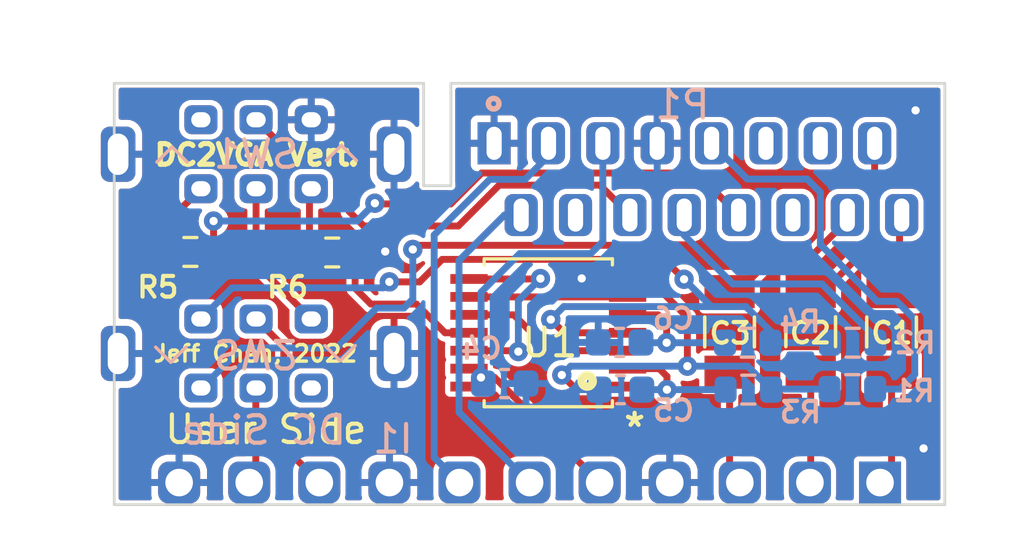
<source format=kicad_pcb>
(kicad_pcb (version 20211014) (generator pcbnew)
  (title_block (rev "1"))
  (layers (0 "F.Cu" signal "Front") (31 "B.Cu" signal "Back") (34 "B.Paste" user) (35 "F.Paste" user) (36 "B.SilkS" user "B.Silkscreen") (37 "F.SilkS" user "F.Silkscreen") (38 "B.Mask" user) (39 "F.Mask" user) (44 "Edge.Cuts" user))
  (net 0 "")
  (net 1 "Red")
  (net 2 "Green")
  (net 3 "Blue")
  (net 4 "+5V")
  (net 5 "GND")
  (net 6 "VGA_HSync")
  (net 7 "VGA_VSync")
  (net 8 "Audio_L")
  (net 9 "Audio_R")
  (net 11 "Mode_Select_1")
  (net 15 "HSync")
  (net 16 "VSync")
  (net 17 "SD_CSync")
  (net 18 "Combined_CSync")
  (net 19 "Selected_CSync")
  (net 22 "/HSync_Alt")
  (net 23 "/Red_Decoupled")
  (net 24 "/Green_Decoupled")
  (net 25 "/Blue_Decoupled")
  (net 26 "/OG_VSync")
  (net 27 "/OG_HSync")
  (net 28 "/OG_SD_CSync")
  (net 29 "/OG_Combined_Sync")
  (net 30 "/2nd_Stg_to_3rd_Stg")
  (net 31 "/1st_Stg_to_2nd_Stg_A")
  (net 32 "/1st_Stg_to_2nd_Stg_B")
  (net 33 "/VSync_Alt")
  (footprint "DC2VGA:Cap_SMD_1206" (layer "F.Cu") (at 149.22 104.93 -90)
    (fp_text reference "C2" (at 0.05 0.01 180) (layer "F.SilkS") (effects (font (size 0.75 0.75))))
    (fp_text value "220uF")
    (fp_line (start -0.54 -0.9) (end 0.54 -0.9) (layer "F.SilkS") (width 0.127))
    (fp_line (start -0.54 0.9) (end 0.54 0.9) (layer "F.SilkS") (width 0.127))
    (pad "1" smd rect (at -1.46 0 270) (size 1.2 1.82) (layers "F.Cu" "F.Paste" "F.Mask") (net 2 "Green"))
    (pad "2" smd rect (at 1.46 0 270) (size 1.2 1.82) (layers "F.Cu" "F.Paste" "F.Mask") (net 24 "/Green_Decoupled"))
  )
  (footprint "DC2VGA:R_0603_1608Metric" (layer "F.Cu") (at 126.74 102.04 180)
    (fp_text reference "R5" (at 1.18 -1.28) (layer "F.SilkS") (effects (font (size 0.75 0.75))))
    (fp_text value "75")
    (fp_line (start -0.237258 -0.5225) (end 0.237258 -0.5225) (layer "F.SilkS") (width 0.12))
    (fp_line (start -0.237258 0.5225) (end 0.237258 0.5225) (layer "F.SilkS") (width 0.12))
    (pad "1" smd roundrect (at -0.825 0 180) (size 0.8 0.95) (layers "F.Cu" "F.Paste" "F.Mask") (net 28 "/OG_SD_CSync"))
    (pad "2" smd roundrect (at 0.825 0 180) (size 0.8 0.95) (layers "F.Cu" "F.Paste" "F.Mask") (net 17 "SD_CSync"))
  )
  (footprint "DC2VGA:Cap_SMD_1206" (layer "F.Cu") (at 152.15 104.94 -90)
    (fp_text reference "C1" (at 0.04 -0.01 180) (layer "F.SilkS") (effects (font (size 0.75 0.75))))
    (fp_text value "220uF")
    (fp_line (start -0.54 0.9) (end 0.54 0.9) (layer "F.SilkS") (width 0.127))
    (fp_line (start -0.54 -0.9) (end 0.54 -0.9) (layer "F.SilkS") (width 0.127))
    (pad "1" smd rect (at -1.46 0 270) (size 1.2 1.82) (layers "F.Cu" "F.Paste" "F.Mask") (net 1 "Red"))
    (pad "2" smd rect (at 1.46 0 270) (size 1.2 1.82) (layers "F.Cu" "F.Paste" "F.Mask") (net 23 "/Red_Decoupled"))
  )
  (footprint "DC2VGA:R_0603_1608Metric" (layer "F.Cu") (at 131.88 102.06 180)
    (fp_text reference "R6" (at 1.62 -1.26) (layer "F.SilkS") (effects (font (size 0.75 0.75))))
    (fp_text value "1K")
    (fp_line (start -0.237258 0.5225) (end 0.237258 0.5225) (layer "F.SilkS") (width 0.12))
    (fp_line (start -0.237258 -0.5225) (end 0.237258 -0.5225) (layer "F.SilkS") (width 0.12))
    (pad "1" smd roundrect (at -0.825 0 180) (size 0.8 0.95) (layers "F.Cu" "F.Paste" "F.Mask") (net 29 "/OG_Combined_Sync"))
    (pad "2" smd roundrect (at 0.825 0 180) (size 0.8 0.95) (layers "F.Cu" "F.Paste" "F.Mask") (net 18 "Combined_CSync"))
  )
  (footprint "DC2VGA:MC74HC86" (layer "F.Cu") (at 139.71 104.97 180)
    (fp_text reference "U1" (at -0.05 -0.36) (layer "F.SilkS"))
    (fp_text value "MC74HC86ADTR2GOSCT")
    (fp_text user "*" (at -3.12775 -3.4478 180) (layer "F.SilkS"))
    (fp_text user "*" (at -3.12775 -3.4478 180) (layer "F.SilkS"))
    (fp_line (start -2.3241 2.6797) (end 2.3241 2.6797) (layer "F.SilkS") (width 0.12))
    (fp_line (start 2.3241 -2.6797) (end -2.3241 -2.6797) (layer "F.SilkS") (width 0.12))
    (fp_line (start 2.3241 -2.460139) (end 2.3241 -2.6797) (layer "F.SilkS") (width 0.12))
    (fp_line (start -2.3241 -2.6797) (end -2.3241 -2.460141) (layer "F.SilkS") (width 0.12))
    (fp_line (start -2.3241 2.460139) (end -2.3241 2.6797) (layer "F.SilkS") (width 0.12))
    (fp_line (start 2.3241 2.6797) (end 2.3241 2.460141) (layer "F.SilkS") (width 0.12))
    (fp_circle (center -1.41 -1.75) (end -1.36 -1.73) (layer "F.SilkS") (width 0.3) (fill none))
    (pad "1" smd rect (at -2.873748 -1.950001 180) (size 1.353299 0.3548) (layers "F.Cu" "F.Paste" "F.Mask") (net 15 "HSync"))
    (pad "2" smd rect (at -2.873748 -1.3 180) (size 1.353299 0.3548) (layers "F.Cu" "F.Paste" "F.Mask") (net 22 "/HSync_Alt"))
    (pad "3" smd rect (at -2.873748 -0.649999 180) (size 1.353299 0.3548) (layers "F.Cu" "F.Paste" "F.Mask") (net 31 "/1st_Stg_to_2nd_Stg_A"))
    (pad "4" smd rect (at -2.873748 0 180) (size 1.353299 0.3548) (layers "F.Cu" "F.Paste" "F.Mask") (net 16 "VSync"))
    (pad "5" smd rect (at -2.873748 0.649999 180) (size 1.353299 0.3548) (layers "F.Cu" "F.Paste" "F.Mask") (net 33 "/VSync_Alt"))
    (pad "6" smd rect (at -2.873748 1.3 180) (size 1.353299 0.3548) (layers "F.Cu" "F.Paste" "F.Mask") (net 32 "/1st_Stg_to_2nd_Stg_B"))
    (pad "7" smd rect (at -2.873748 1.949999 180) (size 1.353299 0.3548) (layers "F.Cu" "F.Paste" "F.Mask") (net 5 "GND"))
    (pad "8" smd rect (at 2.873748 1.950001 180) (size 1.353299 0.3548) (layers "F.Cu" "F.Paste" "F.Mask") (net 30 "/2nd_Stg_to_3rd_Stg"))
    (pad "9" smd rect (at 2.873748 1.3 180) (size 1.353299 0.3548) (layers "F.Cu" "F.Paste" "F.Mask") (net 32 "/1st_Stg_to_2nd_Stg_B"))
    (pad "10" smd rect (at 2.873748 0.650001 180) (size 1.353299 0.3548) (layers "F.Cu" "F.Paste" "F.Mask") (net 31 "/1st_Stg_to_2nd_Stg_A"))
    (pad "11" smd rect (at 2.873748 0 180) (size 1.353299 0.3548) (layers "F.Cu" "F.Paste" "F.Mask") (net 29 "/OG_Combined_Sync"))
    (pad "12" smd rect (at 2.873748 -0.649999 180) (size 1.353299 0.3548) (layers "F.Cu" "F.Paste" "F.Mask") (net 30 "/2nd_Stg_to_3rd_Stg"))
    (pad "13" smd rect (at 2.873748 -1.3 180) (size 1.353299 0.3548) (layers "F.Cu" "F.Paste" "F.Mask") (net 4 "+5V"))
    (pad "14" smd rect (at 2.873748 -1.949999 180) (size 1.353299 0.3548) (layers "F.Cu" "F.Paste" "F.Mask") (net 4 "+5V"))
  )
  (footprint "DC2VGA:Cap_SMD_1206" (layer "F.Cu") (at 146.28 104.94 -90)
    (fp_text reference "C3" (at 0.05 -0.02 180) (layer "F.SilkS") (effects (font (size 0.75 0.75))))
    (fp_text value "220uF")
    (fp_line (start -0.54 -0.9) (end 0.54 -0.9) (layer "F.SilkS") (width 0.127))
    (fp_line (start -0.54 0.9) (end 0.54 0.9) (layer "F.SilkS") (width 0.127))
    (pad "1" smd rect (at -1.46 0 270) (size 1.2 1.82) (layers "F.Cu" "F.Paste" "F.Mask") (net 3 "Blue"))
    (pad "2" smd rect (at 1.46 0 270) (size 1.2 1.82) (layers "F.Cu" "F.Paste" "F.Mask") (net 25 "/Blue_Decoupled"))
  )
  (footprint "DC2VGA:R_0603_1608Metric" (layer "B.Cu") (at 150.73 107.01 180)
    (fp_text reference "R1" (at -2.24 -0.07) (layer "B.SilkS") (effects (font (size 0.75 0.75)) (justify mirror)))
    (fp_text value "150")
    (fp_line (start -0.237258 0.5225) (end 0.237258 0.5225) (layer "B.SilkS") (width 0.12))
    (fp_line (start -0.237258 -0.5225) (end 0.237258 -0.5225) (layer "B.SilkS") (width 0.12))
    (pad "1" smd roundrect (at -0.825 0 180) (size 0.8 0.95) (layers "B.Cu" "B.Paste" "B.Mask") (net 27 "/OG_HSync"))
    (pad "2" smd roundrect (at 0.825 0 180) (size 0.8 0.95) (layers "B.Cu" "B.Paste" "B.Mask") (net 15 "HSync"))
  )
  (footprint "DC2VGA:R_0603_1608Metric" (layer "B.Cu") (at 146.96 107.03)
    (fp_text reference "R3" (at 1.89 0.82) (layer "B.SilkS") (effects (font (size 0.75 0.75)) (justify mirror)))
    (fp_text value "10K")
    (fp_line (start -0.237258 0.5225) (end 0.237258 0.5225) (layer "B.SilkS") (width 0.12))
    (fp_line (start -0.237258 -0.5225) (end 0.237258 -0.5225) (layer "B.SilkS") (width 0.12))
    (pad "1" smd roundrect (at -0.825 0) (size 0.8 0.95) (layers "B.Cu" "B.Paste" "B.Mask") (net 22 "/HSync_Alt"))
    (pad "2" smd roundrect (at 0.825 0) (size 0.8 0.95) (layers "B.Cu" "B.Paste" "B.Mask") (net 15 "HSync"))
  )
  (footprint "DC2VGA:EG2208_DPDT_Switch" (layer "B.Cu") (at 129.12 105.72)
    (fp_text reference "SW2" (at 0 0 180 unlocked) (layer "B.SilkS") (effects (justify mirror)))
    (fp_text value "EG2208")
    (fp_line (start 3.045 0.265) (end 3.595 -0.285) (layer "B.SilkS") (width 0.12))
    (fp_line (start 2.495 -0.285) (end 3.045 0.265) (layer "B.SilkS") (width 0.12))
    (fp_line (start -3.09 0.32) (end -2.54 -0.23) (layer "B.SilkS") (width 0.12))
    (fp_line (start -3.64 -0.23) (end -3.09 0.32) (layer "B.SilkS") (width 0.12))
    (pad "1" thru_hole roundrect (at 2 -1.25 180) (size 1.2 1.05) (drill oval 0.7 0.55) (layers *.Cu *.Mask) (net 19 "Selected_CSync"))
    (pad "2" thru_hole roundrect (at 0 -1.25 180) (size 1.2 1.05) (drill oval 0.7 0.55) (layers *.Cu *.Mask) (net 6 "VGA_HSync"))
    (pad "3" thru_hole roundrect (at -2 -1.25 180) (size 1.2 1.05) (drill oval 0.7 0.55) (layers *.Cu *.Mask) (net 15 "HSync"))
    (pad "4" thru_hole roundrect (at 2 1.25 180) (size 1.2 1.05) (drill oval 0.7 0.55) (layers *.Cu *.Mask))
    (pad "5" thru_hole roundrect (at 0 1.25 180) (size 1.2 1.05) (drill oval 0.7 0.55) (layers *.Cu *.Mask) (net 7 "VGA_VSync"))
    (pad "6" thru_hole roundrect (at -2 1.25 180) (size 1.2 1.05) (drill oval 0.7 0.55) (layers *.Cu *.Mask) (net 16 "VSync"))
    (pad "7" thru_hole roundrect (at 5 0) (size 1.25 2) (drill oval 0.75 1.5) (layers *.Cu *.Mask) (net 5 "GND"))
    (pad "8" thru_hole roundrect (at -5 0) (size 1.25 2) (drill oval 0.75 1.5) (layers *.Cu *.Mask) (net 5 "GND"))
  )
  (footprint "DC2VGA:C_0603_1608Metric" (layer "B.Cu") (at 138.13 106.81)
    (fp_text reference "C4" (at -0.85 -1.27) (layer "B.SilkS") (effects (font (size 0.75 0.75)) (justify mirror)))
    (fp_text value "0.1uF")
    (fp_line (start -0.14058 -0.51) (end 0.14058 -0.51) (layer "B.SilkS") (width 0.12))
    (fp_line (start -0.14058 0.51) (end 0.14058 0.51) (layer "B.SilkS") (width 0.12))
    (pad "1" smd roundrect (at -0.775 0) (size 0.9 0.95) (layers "B.Cu" "B.Paste" "B.Mask") (net 4 "+5V"))
    (pad "2" smd roundrect (at 0.775 0) (size 0.9 0.95) (layers "B.Cu" "B.Paste" "B.Mask") (net 5 "GND"))
  )
  (footprint "DC2VGA:DC_Interconnect_Vertical" (layer "B.Cu") (at 140.121634 104.338008 180)
    (fp_text reference "I1" (at 6.041634 -4.481992 unlocked) (layer "B.SilkS") (effects (justify mirror)))
    (fp_text value "DC2VGA_Interconnect")
    (pad "1" thru_hole rect locked (at -11.61 -6.06 180) (size 1.524 1.524) (drill 1) (layers *.Cu *.Mask) (net 23 "/Red_Decoupled"))
    (pad "2" thru_hole roundrect locked (at -9.07 -6.06 180) (size 1.524 1.524) (drill 1) (layers *.Cu *.Mask) (net 24 "/Green_Decoupled"))
    (pad "3" thru_hole roundrect locked (at -6.53 -6.06 180) (size 1.524 1.524) (drill 1) (layers *.Cu *.Mask) (net 25 "/Blue_Decoupled"))
    (pad "4" thru_hole roundrect locked (at 8.71 -6.06 180) (size 1.524 1.524) (drill 1) (layers *.Cu *.Mask) (net 6 "VGA_HSync"))
    (pad "5" thru_hole roundrect locked (at 11.25 -6.06 180) (size 1.524 1.524) (drill 1) (layers *.Cu *.Mask) (net 7 "VGA_VSync"))
    (pad "6" thru_hole roundrect locked (at 1.09 -6.06 180) (size 1.524 1.524) (drill 1) (layers *.Cu *.Mask) (net 9 "Audio_R"))
    (pad "7" thru_hole roundrect locked (at 3.63 -6.06 180) (size 1.524 1.524) (drill 1) (layers *.Cu *.Mask) (net 8 "Audio_L"))
    (pad "8" thru_hole roundrect locked (at 13.79 -6.06 180) (size 1.524 1.524) (drill 1) (layers *.Cu *.Mask) (net 5 "GND"))
    (pad "8" thru_hole roundrect locked (at -3.99 -6.06 180) (size 1.524 1.524) (drill 1) (layers *.Cu *.Mask) (net 5 "GND"))
    (pad "8" thru_hole roundrect locked (at 6.17 -6.06 180) (size 1.524 1.524) (drill 1) (layers *.Cu *.Mask) (net 5 "GND"))
    (pad "9" thru_hole roundrect locked (at -1.45 -6.06 180) (size 1.524 1.524) (drill 1) (layers *.Cu *.Mask) (net 4 "+5V"))
  )
  (footprint "DC2VGA:C_0603_1608Metric" (layer "B.Cu") (at 142.295 105.32 180)
    (fp_text reference "C6" (at -1.945 0.86) (layer "B.SilkS") (effects (font (size 0.75 0.75)) (justify mirror)))
    (fp_text value "1uF")
    (fp_line (start -0.14058 0.51) (end 0.14058 0.51) (layer "B.SilkS") (width 0.12))
    (fp_line (start -0.14058 -0.51) (end 0.14058 -0.51) (layer "B.SilkS") (width 0.12))
    (pad "1" smd roundrect (at -0.775 0 180) (size 0.9 0.95) (layers "B.Cu" "B.Paste" "B.Mask") (net 33 "/VSync_Alt"))
    (pad "2" smd roundrect (at 0.775 0 180) (size 0.9 0.95) (layers "B.Cu" "B.Paste" "B.Mask") (net 5 "GND"))
  )
  (footprint "DC2VGA:C_0603_1608Metric" (layer "B.Cu") (at 142.325 107.03 180)
    (fp_text reference "C5" (at -1.925 -0.76) (layer "B.SilkS") (effects (font (size 0.75 0.75)) (justify mirror)))
    (fp_text value "1uF")
    (fp_line (start -0.14058 -0.51) (end 0.14058 -0.51) (layer "B.SilkS") (width 0.12))
    (fp_line (start -0.14058 0.51) (end 0.14058 0.51) (layer "B.SilkS") (width 0.12))
    (pad "1" smd roundrect (at -0.775 0 180) (size 0.9 0.95) (layers "B.Cu" "B.Paste" "B.Mask") (net 22 "/HSync_Alt"))
    (pad "2" smd roundrect (at 0.775 0 180) (size 0.9 0.95) (layers "B.Cu" "B.Paste" "B.Mask") (net 5 "GND"))
  )
  (footprint "DC2VGA:EG2208_DPDT_Switch" (layer "B.Cu") (at 129.12 98.5 180)
    (fp_text reference "SW1" (at 0 0 unlocked) (layer "B.SilkS") (effects (justify mirror)))
    (fp_text value "EG2208")
    (fp_line (start 3.045 0.265) (end 3.595 -0.285) (layer "B.SilkS") (width 0.12))
    (fp_line (start -3.64 -0.23) (end -3.09 0.32) (layer "B.SilkS") (width 0.12))
    (fp_line (start 2.495 -0.285) (end 3.045 0.265) (layer "B.SilkS") (width 0.12))
    (fp_line (start -3.09 0.32) (end -2.54 -0.23) (layer "B.SilkS") (width 0.12))
    (pad "1" thru_hole roundrect (at 2 -1.25) (size 1.2 1.05) (drill oval 0.7 0.55) (layers *.Cu *.Mask) (net 17 "SD_CSync"))
    (pad "2" thru_hole roundrect (at 0 -1.25) (size 1.2 1.05) (drill oval 0.7 0.55) (layers *.Cu *.Mask) (net 19 "Selected_CSync"))
    (pad "3" thru_hole roundrect (at -2 -1.25) (size 1.2 1.05) (drill oval 0.7 0.55) (layers *.Cu *.Mask) (net 18 "Combined_CSync"))
    (pad "4" thru_hole roundrect (at 2 1.25) (size 1.2 1.05) (drill oval 0.7 0.55) (layers *.Cu *.Mask))
    (pad "5" thru_hole roundrect (at 0 1.25) (size 1.2 1.05) (drill oval 0.7 0.55) (layers *.Cu *.Mask) (net 11 "Mode_Select_1"))
    (pad "6" thru_hole roundrect (at -2 1.25) (size 1.2 1.05) (drill oval 0.7 0.55) (layers *.Cu *.Mask) (net 5 "GND"))
    (pad "7" thru_hole roundrect (at 5 0 180) (size 1.25 2) (drill oval 0.75 1.5) (layers *.Cu *.Mask) (net 5 "GND"))
    (pad "8" thru_hole roundrect (at -5 0 180) (size 1.25 2) (drill oval 0.75 1.5) (layers *.Cu *.Mask) (net 5 "GND"))
  )
  (footprint "DC2VGA:DC_Plug" (layer "B.Cu") (at 145.109159 99.438147 180)
    (fp_text reference "P1" (at 0.539159 2.728147 unlocked) (layer "B.SilkS") (effects (justify mirror)))
    (fp_text value "DC_Plug")
    (fp_circle (center 7.38 2.77) (end 7.472195 2.77) (layer "B.SilkS") (width 0.2) (fill none))
    (pad "1" thru_hole rect locked (at 7.362475 1.335139 180) (size 1.2 1.524) (drill oval 0.55 1.2) (layers *.Cu *.Mask) (net 5 "GND"))
    (pad "2" thru_hole roundrect locked (at 6.382475 -1.264861 180) (size 1.2 1.524) (drill oval 0.55 1.2) (layers *.Cu *.Mask) (net 9 "Audio_R"))
    (pad "3" thru_hole roundrect locked (at 5.392475 1.335139 180) (size 1.2 1.524) (drill oval 0.55 1.2) (layers *.Cu *.Mask) (net 8 "Audio_L"))
    (pad "4" thru_hole roundrect locked (at 4.412475 -1.264861 180) (size 1.2 1.524) (drill oval 0.55 1.2) (layers *.Cu *.Mask))
    (pad "5" thru_hole roundrect locked (at 3.422475 1.335139 180) (size 1.2 1.524) (drill oval 0.55 1.2) (layers *.Cu *.Mask) (net 4 "+5V"))
    (pad "6" thru_hole roundrect locked (at 2.442475 -1.264861 180) (size 1.2 1.524) (drill oval 0.55 1.2) (layers *.Cu *.Mask) (net 11 "Mode_Select_1"))
    (pad "7" thru_hole roundrect locked (at 1.452475 1.335139 180) (size 1.2 1.524) (drill oval 0.55 1.2) (layers *.Cu *.Mask) (net 5 "GND"))
    (pad "8" thru_hole roundrect locked (at 0.472475 -1.264861 180) (size 1.2 1.524) (drill oval 0.55 1.2) (layers *.Cu *.Mask) (net 26 "/OG_VSync"))
    (pad "9" thru_hole roundrect locked (at -0.517525 1.335139 180) (size 1.2 1.524) (drill oval 0.55 1.2) (layers *.Cu *.Mask) (net 27 "/OG_HSync"))
    (pad "10" thru_hole roundrect locked (at -1.497525 -1.264861 180) (size 1.2 1.524) (drill oval 0.55 1.2) (layers *.Cu *.Mask) (net 28 "/OG_SD_CSync"))
    (pad "11" thru_hole roundrect locked (at -2.487525 1.335139 180) (size 1.2 1.524) (drill oval 0.55 1.2) (layers *.Cu *.Mask))
    (pad "12" thru_hole roundrect locked (at -3.467525 -1.264861 180) (size 1.2 1.524) (drill oval 0.55 1.2) (layers *.Cu *.Mask))
    (pad "13" thru_hole roundrect locked (at -4.457525 1.335139 180) (size 1.2 1.524) (drill oval 0.55 1.2) (layers *.Cu *.Mask))
    (pad "14" thru_hole roundrect locked (at -5.437525 -1.264861 180) (size 1.2 1.524) (drill oval 0.55 1.2) (layers *.Cu *.Mask) (net 3 "Blue"))
    (pad "15" thru_hole roundrect locked (at -6.427525 1.335139 180) (size 1.2 1.524) (drill oval 0.55 1.2) (layers *.Cu *.Mask) (net 2 "Green"))
    (pad "16" thru_hole roundrect locked (at -7.407525 -1.264861 180) (size 1.2 1.524) (drill oval 0.55 1.2) (layers *.Cu *.Mask) (net 1 "Red"))
  )
  (footprint "DC2VGA:R_0603_1608Metric" (layer "B.Cu") (at 150.74 105.33 180)
    (fp_text reference "R2" (at -2.26 -0.01) (layer "B.SilkS") (effects (font (size 0.75 0.75)) (justify mirror)))
    (fp_text value "150")
    (fp_line (start -0.237258 0.5225) (end 0.237258 0.5225) (layer "B.SilkS") (width 0.12))
    (fp_line (start -0.237258 -0.5225) (end 0.237258 -0.5225) (layer "B.SilkS") (width 0.12))
    (pad "1" smd roundrect (at -0.825 0 180) (size 0.8 0.95) (layers "B.Cu" "B.Paste" "B.Mask") (net 26 "/OG_VSync"))
    (pad "2" smd roundrect (at 0.825 0 180) (size 0.8 0.95) (layers "B.Cu" "B.Paste" "B.Mask") (net 16 "VSync"))
  )
  (footprint "DC2VGA:R_0603_1608Metric" (layer "B.Cu") (at 146.94 105.33 180)
    (fp_text reference "R4" (at -1.89 0.76) (layer "B.SilkS") (effects (font (size 0.75 0.75)) (justify mirror)))
    (fp_text value "10K")
    (fp_line (start -0.237258 0.5225) (end 0.237258 0.5225) (layer "B.SilkS") (width 0.12))
    (fp_line (start -0.237258 -0.5225) (end 0.237258 -0.5225) (layer "B.SilkS") (width 0.12))
    (pad "1" smd roundrect (at -0.825 0 180) (size 0.8 0.95) (layers "B.Cu" "B.Paste" "B.Mask") (net 16 "VSync"))
    (pad "2" smd roundrect (at 0.825 0 180) (size 0.8 0.95) (layers "B.Cu" "B.Paste" "B.Mask") (net 33 "/VSync_Alt"))
  )
  (gr_line (start 136.18 99.64) (end 136.18 95.93) (layer "Edge.Cuts") (width 0.1))
  (gr_line (start 123.98 111.2) (end 123.98 95.93) (layer "Edge.Cuts") (width 0.1))
  (gr_line (start 123.98 95.93) (end 135.19 95.93) (layer "Edge.Cuts") (width 0.1))
  (gr_line (start 135.19 99.64) (end 136.18 99.64) (layer "Edge.Cuts") (width 0.1))
  (gr_line (start 154.08 95.93) (end 154.08 111.2) (layer "Edge.Cuts") (width 0.1))
  (gr_line (start 135.19 95.93) (end 135.19 99.64) (layer "Edge.Cuts") (width 0.1))
  (gr_line (start 136.18 95.93) (end 154.08 95.93) (layer "Edge.Cuts") (width 0.1))
  (gr_line (start 154.08 111.2) (end 123.98 111.2) (layer "Edge.Cuts") (width 0.1))
  (gr_text "DC Side" (at 129.4 108.5) (layer "B.SilkS") (effects (font (size 1 1)) (justify mirror)))
  (gr_text "Jeff Chen, 2022" (at 129.1 105.725) (layer "F.SilkS") (effects (font (size 0.6 0.6) (thickness 0.125))))
  (gr_text "DC2VGA Vert." (at 129.15 98.525) (layer "F.SilkS") (effects (font (size 0.75 0.75) (thickness 0.1875))))
  (gr_text "User Side" (at 129.475 108.475) (layer "F.SilkS") (effects (font (size 1 1))))
  (segment (start 152.516684 100.703008) (end 152.44 100.779692) (width 0.25) (layer "F.Cu") (net 1))
  (segment (start 152.44 103.19) (end 152.15 103.48) (width 0.25) (layer "F.Cu") (net 1))
  (segment (start 152.44 100.779692) (end 152.44 103.19) (width 0.25) (layer "F.Cu") (net 1))
  (segment (start 151.536684 101.623316) (end 149.71 103.45) (width 0.25) (layer "F.Cu") (net 2))
  (segment (start 149.71 103.45) (end 149.22 103.45) (width 0.25) (layer "F.Cu") (net 2))
  (segment (start 151.536684 98.103008) (end 151.536684 101.623316) (width 0.25) (layer "F.Cu") (net 2))
  (segment (start 149.28 102.16) (end 147.9 102.16) (width 0.25) (layer "F.Cu") (net 3))
  (segment (start 150.546684 100.703008) (end 150.546684 100.893316) (width 0.25) (layer "F.Cu") (net 3))
  (segment (start 146.58 103.48) (end 146.28 103.48) (width 0.25) (layer "F.Cu") (net 3))
  (segment (start 150.546684 100.893316) (end 149.28 102.16) (width 0.25) (layer "F.Cu") (net 3))
  (segment (start 147.9 102.16) (end 146.58 103.48) (width 0.25) (layer "F.Cu") (net 3))
  (segment (start 137.27 106.59) (end 137.765 106.59) (width 0.25) (layer "F.Cu") (net 4))
  (segment (start 137.765 106.59) (end 141.57 110.395) (width 0.25) (layer "F.Cu") (net 4))
  (segment (start 141.57 110.395) (end 141.57 110.4) (width 0.25) (layer "F.Cu") (net 4))
  (via (at 137.27 106.59) (size 0.7) (drill 0.3) (layers "F.Cu" "B.Cu") (net 4))
  (segment (start 137.275 106.585) (end 137.27 106.59) (width 0.25) (layer "B.Cu") (net 4))
  (segment (start 141.25 102.1) (end 138.675 102.1) (width 0.25) (layer "B.Cu") (net 4))
  (segment (start 137.275 103.5) (end 137.275 106.585) (width 0.25) (layer "B.Cu") (net 4))
  (segment (start 138.675 102.1) (end 137.275 103.5) (width 0.25) (layer "B.Cu") (net 4))
  (segment (start 141.686684 98.103008) (end 141.686684 101.663316) (width 0.25) (layer "B.Cu") (net 4))
  (segment (start 141.686684 101.663316) (end 141.25 102.1) (width 0.25) (layer "B.Cu") (net 4))
  (via (at 153.31 109.16) (size 0.7) (drill 0.3) (layers "F.Cu" "B.Cu") (net 5))
  (via (at 133.8 102.025) (size 0.7) (drill 0.3) (layers "F.Cu" "B.Cu") (net 5))
  (via (at 153.02 96.91) (size 0.7) (drill 0.3) (layers "F.Cu" "B.Cu") (net 5))
  (via (at 140.92 103) (size 0.7) (drill 0.3) (layers "F.Cu" "B.Cu") (net 5))
  (segment (start 129.12 104.47) (end 130.125 105.475) (width 0.25) (layer "F.Cu") (net 6))
  (segment (start 130.125 105.475) (end 130.125 109.1) (width 0.25) (layer "F.Cu") (net 6))
  (segment (start 130.125 109.1) (end 131.425 110.4) (width 0.25) (layer "F.Cu") (net 6))
  (segment (start 129.11 106.97) (end 129.11 110.135) (width 0.25) (layer "F.Cu") (net 7))
  (segment (start 129.11 110.135) (end 128.87 110.375) (width 0.25) (layer "F.Cu") (net 7))
  (segment (start 139.716684 98.563316) (end 138.87 99.41) (width 0.25) (layer "B.Cu") (net 8))
  (segment (start 137.59 99.41) (end 135.575 101.425) (width 0.25) (layer "B.Cu") (net 8))
  (segment (start 139.716684 98.103008) (end 139.716684 98.563316) (width 0.25) (layer "B.Cu") (net 8))
  (segment (start 138.87 99.41) (end 137.59 99.41) (width 0.25) (layer "B.Cu") (net 8))
  (segment (start 135.575 109.485) (end 136.49 110.4) (width 0.25) (layer "B.Cu") (net 8))
  (segment (start 135.575 101.425) (end 135.575 109.485) (width 0.25) (layer "B.Cu") (net 8))
  (segment (start 136.475 107.85) (end 139.025 110.4) (width 0.25) (layer "B.Cu") (net 9))
  (segment (start 136.475 102.35) (end 136.475 107.85) (width 0.25) (layer "B.Cu") (net 9))
  (segment (start 138.121992 100.703008) (end 136.475 102.35) (width 0.25) (layer "B.Cu") (net 9))
  (segment (start 139.025 110.4) (end 139.04 110.385) (width 0.25) (layer "B.Cu") (net 9))
  (segment (start 138.726684 100.703008) (end 138.121992 100.703008) (width 0.25) (layer "B.Cu") (net 9))
  (segment (start 133.02 101.1) (end 132.5 100.58) (width 0.25) (layer "F.Cu") (net 11))
  (segment (start 131.95 98.45) (end 130.32 98.45) (width 0.25) (layer "F.Cu") (net 11))
  (segment (start 141.583676 99.62) (end 137.93 99.62) (width 0.25) (layer "F.Cu") (net 11))
  (segment (start 132.5 99) (end 131.95 98.45) (width 0.25) (layer "F.Cu") (net 11))
  (segment (start 132.5 100.58) (end 132.5 99) (width 0.25) (layer "F.Cu") (net 11))
  (segment (start 130.32 98.45) (end 129.12 97.25) (width 0.25) (layer "F.Cu") (net 11))
  (segment (start 137.93 99.62) (end 136.45 101.1) (width 0.25) (layer "F.Cu") (net 11))
  (segment (start 142.666684 100.703008) (end 141.583676 99.62) (width 0.25) (layer "F.Cu") (net 11))
  (segment (start 136.45 101.1) (end 133.02 101.1) (width 0.25) (layer "F.Cu") (net 11))
  (segment (start 143.84 103.5) (end 144.75 104.41) (width 0.25) (layer "F.Cu") (net 15))
  (segment (start 140.2 106.5) (end 140.62 106.92) (width 0.25) (layer "F.Cu") (net 15))
  (segment (start 144.75 104.41) (end 144.75 106.18) (width 0.25) (layer "F.Cu") (net 15))
  (segment (start 143.288438 102.31) (end 143.84 102.861562) (width 0.25) (layer "F.Cu") (net 15))
  (segment (start 133.95 103.125) (end 135.05 103.125) (width 0.25) (layer "F.Cu") (net 15))
  (segment (start 143.84 102.861562) (end 143.84 103.5) (width 0.25) (layer "F.Cu") (net 15))
  (segment (start 140.62 106.92) (end 142.58 106.92) (width 0.25) (layer "F.Cu") (net 15))
  (segment (start 135.05 103.125) (end 135.865 102.31) (width 0.25) (layer "F.Cu") (net 15))
  (segment (start 135.865 102.31) (end 143.288438 102.31) (width 0.25) (layer "F.Cu") (net 15))
  (via (at 140.2 106.5) (size 0.7) (drill 0.3) (layers "F.Cu" "B.Cu") (net 15))
  (via (at 144.75 106.18) (size 0.7) (drill 0.3) (layers "F.Cu" "B.Cu") (net 15))
  (via (at 133.95 103.125) (size 0.7) (drill 0.3) (layers "F.Cu" "B.Cu") (net 15))
  (segment (start 147.785 107.03) (end 146.935 106.18) (width 0.25) (layer "B.Cu") (net 15))
  (segment (start 149.905 107.01) (end 147.81 107.01) (width 0.25) (layer "B.Cu") (net 15))
  (segment (start 146.935 106.18) (end 144.75 106.18) (width 0.25) (layer "B.Cu") (net 15))
  (segment (start 140.2 106.5) (end 140.52 106.18) (width 0.25) (layer "B.Cu") (net 15))
  (segment (start 133.735 103.34) (end 128.25 103.34) (width 0.25) (layer "B.Cu") (net 15))
  (segment (start 133.95 103.125) (end 133.735 103.34) (width 0.25) (layer "B.Cu") (net 15))
  (segment (start 140.52 106.18) (end 144.75 106.18) (width 0.25) (layer "B.Cu") (net 15))
  (segment (start 128.25 103.34) (end 127.12 104.47) (width 0.25) (layer "B.Cu") (net 15))
  (segment (start 134.8 101.95) (end 134.95 101.8) (width 0.25) (layer "F.Cu") (net 16))
  (segment (start 134.95 101.8) (end 143.4 101.8) (width 0.25) (layer "F.Cu") (net 16))
  (segment (start 139.8 104.49) (end 140.28 104.97) (width 0.25) (layer "F.Cu") (net 16))
  (segment (start 140.28 104.97) (end 142.59 104.97) (width 0.25) (layer "F.Cu") (net 16))
  (segment (start 143.4 101.8) (end 144.63 103.03) (width 0.25) (layer "F.Cu") (net 16))
  (via (at 144.63 103.03) (size 0.7) (drill 0.3) (layers "F.Cu" "B.Cu") (net 16))
  (via (at 139.8 104.49) (size 0.7) (drill 0.3) (layers "F.Cu" "B.Cu") (net 16))
  (via (at 134.8 101.95) (size 0.7) (drill 0.3) (layers "F.Cu" "B.Cu") (net 16))
  (segment (start 146.455 104.02) (end 145.62 104.02) (width 0.25) (layer "B.Cu") (net 16))
  (segment (start 147.765 104.915) (end 146.87 104.02) (width 0.25) (layer "B.Cu") (net 16))
  (segment (start 146.87 104.02) (end 146.455 104.02) (width 0.25) (layer "B.Cu") (net 16))
  (segment (start 139.8 104.49) (end 140.27 104.02) (width 0.25) (layer "B.Cu") (net 16))
  (segment (start 134.8 103.75) (end 134.475 104.075) (width 0.25) (layer "B.Cu") (net 16))
  (segment (start 145.62 104.02) (end 144.63 103.03) (width 0.25) (layer "B.Cu") (net 16))
  (segment (start 128.6 105.52) (end 127.12 107) (width 0.25) (layer "B.Cu") (net 16))
  (segment (start 147.765 105.33) (end 147.765 104.915) (width 0.25) (layer "B.Cu") (net 16))
  (segment (start 134.8 101.95) (end 134.8 103.75) (width 0.25) (layer "B.Cu") (net 16))
  (segment (start 133.485 104.075) (end 132.04 105.52) (width 0.25) (layer "B.Cu") (net 16))
  (segment (start 132.04 105.52) (end 128.6 105.52) (width 0.25) (layer "B.Cu") (net 16))
  (segment (start 140.27 104.02) (end 146.455 104.02) (width 0.25) (layer "B.Cu") (net 16))
  (segment (start 149.915 105.33) (end 147.78 105.33) (width 0.25) (layer "B.Cu") (net 16))
  (segment (start 134.475 104.075) (end 133.485 104.075) (width 0.25) (layer "B.Cu") (net 16))
  (segment (start 127.12 99.75) (end 125.92 100.95) (width 0.25) (layer "F.Cu") (net 17))
  (segment (start 125.92 100.95) (end 125.92 102.04) (width 0.25) (layer "F.Cu") (net 17))
  (segment (start 131.055 99.785) (end 131.11 99.73) (width 0.25) (layer "F.Cu") (net 18))
  (segment (start 131.055 102.06) (end 131.055 99.785) (width 0.25) (layer "F.Cu") (net 18))
  (segment (start 129.12 99.75) (end 129.12 102.47) (width 0.25) (layer "F.Cu") (net 19))
  (segment (start 129.12 102.47) (end 131.12 104.47) (width 0.25) (layer "F.Cu") (net 19))
  (segment (start 143.73 106.27) (end 144.01 106.55) (width 0.25) (layer "F.Cu") (net 22))
  (segment (start 142.583748 106.27) (end 143.73 106.27) (width 0.25) (layer "F.Cu") (net 22))
  (segment (start 144.01 106.55) (end 144.01 107.03) (width 0.25) (layer "F.Cu") (net 22))
  (via (at 144.01 107.03) (size 0.7) (drill 0.3) (layers "F.Cu" "B.Cu") (net 22))
  (segment (start 144.01 107.03) (end 143.11 107.03) (width 0.25) (layer "B.Cu") (net 22))
  (segment (start 146.135 107.03) (end 144.01 107.03) (width 0.25) (layer "B.Cu") (net 22))
  (segment (start 152.15 106.4) (end 152.15 109.99) (width 0.25) (layer "F.Cu") (net 23))
  (segment (start 152.15 109.99) (end 151.74 110.4) (width 0.25) (layer "F.Cu") (net 23))
  (segment (start 149.22 110.355) (end 149.2 110.375) (width 0.25) (layer "F.Cu") (net 24))
  (segment (start 149.22 106.39) (end 149.22 110.355) (width 0.25) (layer "F.Cu") (net 24))
  (segment (start 146.28 106.4) (end 146.28 109.98) (width 0.25) (layer "F.Cu") (net 25))
  (segment (start 146.28 109.98) (end 146.675 110.375) (width 0.25) (layer "F.Cu") (net 25))
  (segment (start 144.636684 101.436684) (end 146.4 103.2) (width 0.25) (layer "B.Cu") (net 26))
  (segment (start 149.625 103.2) (end 151.56 105.135) (width 0.25) (layer "B.Cu") (net 26))
  (segment (start 151.56 105.135) (end 151.56 105.33) (width 0.25) (layer "B.Cu") (net 26))
  (segment (start 146.4 103.2) (end 149.625 103.2) (width 0.25) (layer "B.Cu") (net 26))
  (segment (start 144.636684 100.703008) (end 144.636684 101.436684) (width 0.25) (layer "B.Cu") (net 26))
  (segment (start 145.626684 98.103008) (end 146.923676 99.4) (width 0.25) (layer "B.Cu") (net 27))
  (segment (start 152.34 103.83) (end 152.99 104.48) (width 0.25) (layer "B.Cu") (net 27))
  (segment (start 149.57 99.88) (end 149.57 101.77) (width 0.25) (layer "B.Cu") (net 27))
  (segment (start 151.63 103.83) (end 152.34 103.83) (width 0.25) (layer "B.Cu") (net 27))
  (segment (start 146.923676 99.4) (end 149.09 99.4) (width 0.25) (layer "B.Cu") (net 27))
  (segment (start 149.09 99.4) (end 149.57 99.88) (width 0.25) (layer "B.Cu") (net 27))
  (segment (start 152.46 107.01) (end 151.56 107.01) (width 0.25) (layer "B.Cu") (net 27))
  (segment (start 152.99 104.48) (end 152.99 106.48) (width 0.25) (layer "B.Cu") (net 27))
  (segment (start 149.57 101.77) (end 151.63 103.83) (width 0.25) (layer "B.Cu") (net 27))
  (segment (start 152.99 106.48) (end 152.46 107.01) (width 0.25) (layer "B.Cu") (net 27))
  (segment (start 137.295472 99.179528) (end 145.083204 99.179528) (width 0.25) (layer "F.Cu") (net 28))
  (segment (start 136.175 100.3) (end 137.295472 99.179528) (width 0.25) (layer "F.Cu") (net 28))
  (segment (start 133.425 100.275) (end 133.45 100.3) (width 0.25) (layer "F.Cu") (net 28))
  (segment (start 127.58 100.92) (end 127.58 102.04) (width 0.25) (layer "F.Cu") (net 28))
  (segment (start 145.083204 99.179528) (end 146.606684 100.703008) (width 0.25) (layer "F.Cu") (net 28))
  (segment (start 133.45 100.3) (end 136.175 100.3) (width 0.25) (layer "F.Cu") (net 28))
  (via (at 133.425 100.275) (size 0.7) (drill 0.3) (layers "F.Cu" "B.Cu") (net 28))
  (via (at 127.58 100.92) (size 0.7) (drill 0.3) (layers "F.Cu" "B.Cu") (net 28))
  (segment (start 132.78 100.92) (end 127.58 100.92) (width 0.25) (layer "B.Cu") (net 28))
  (segment (start 133.425 100.275) (end 132.78 100.92) (width 0.25) (layer "B.Cu") (net 28))
  (segment (start 132.71 103.36) (end 132.71 102.06) (width 0.25) (layer "F.Cu") (net 29))
  (segment (start 133.28 103.93) (end 132.71 103.36) (width 0.25) (layer "F.Cu") (net 29))
  (segment (start 135.97 104.97) (end 134.93 103.93) (width 0.25) (layer "F.Cu") (net 29))
  (segment (start 136.836252 104.97) (end 135.97 104.97) (width 0.25) (layer "F.Cu") (net 29))
  (segment (start 134.93 103.93) (end 133.28 103.93) (width 0.25) (layer "F.Cu") (net 29))
  (segment (start 139.410501 103.019999) (end 136.836252 103.019999) (width 0.25) (layer "F.Cu") (net 30))
  (segment (start 139.425 103.0055) (end 139.410501 103.019999) (width 0.25) (layer "F.Cu") (net 30))
  (segment (start 138.595 105.62) (end 136.84 105.62) (width 0.25) (layer "F.Cu") (net 30))
  (segment (start 138.625 105.65) (end 138.595 105.62) (width 0.25) (layer "F.Cu") (net 30))
  (via (at 138.625 105.65) (size 0.7) (drill 0.3) (layers "F.Cu" "B.Cu") (net 30))
  (via (at 139.425 103.0055) (size 0.7) (drill 0.3) (layers "F.Cu" "B.Cu") (net 30))
  (segment (start 138.625 103.8055) (end 139.425 103.0055) (width 0.25) (layer "B.Cu") (net 30))
  (segment (start 138.625 105.65) (end 138.625 103.8055) (width 0.25) (layer "B.Cu") (net 30))
  (segment (start 142.583748 105.619999) (end 139.759999 105.619999) (width 0.25) (layer "F.Cu") (net 31))
  (segment (start 138.46 104.32) (end 136.84 104.32) (width 0.25) (layer "F.Cu") (net 31))
  (segment (start 139.759999 105.619999) (end 138.46 104.32) (width 0.25) (layer "F.Cu") (net 31))
  (segment (start 142.583748 103.67) (end 136.84 103.67) (width 0.25) (layer "F.Cu") (net 32))
  (segment (start 143.690001 104.320001) (end 144 104.63) (width 0.25) (layer "F.Cu") (net 33))
  (segment (start 142.583748 104.320001) (end 143.690001 104.320001) (width 0.25) (layer "F.Cu") (net 33))
  (segment (start 144 104.63) (end 144 105.33) (width 0.25) (layer "F.Cu") (net 33))
  (via (at 144 105.33) (size 0.7) (drill 0.3) (layers "F.Cu" "B.Cu") (net 33))
  (segment (start 144 105.33) (end 143.1 105.33) (width 0.25) (layer "B.Cu") (net 33))
  (segment (start 146.115 105.33) (end 144 105.33) (width 0.25) (layer "B.Cu") (net 33))
  (zone (net 5) (net_name "GND") (layers F&B.Cu) (connect_pads (clearance 0.16)) (min_thickness 0.16) (fill yes (thermal_gap 0.25) (thermal_bridge_width 0.25))
    (polygon (pts (xy 156.96 113.07) (xy 119.84 113.07) (xy 119.84 92.91) (xy 156.96 92.91)))
  )
)
</source>
